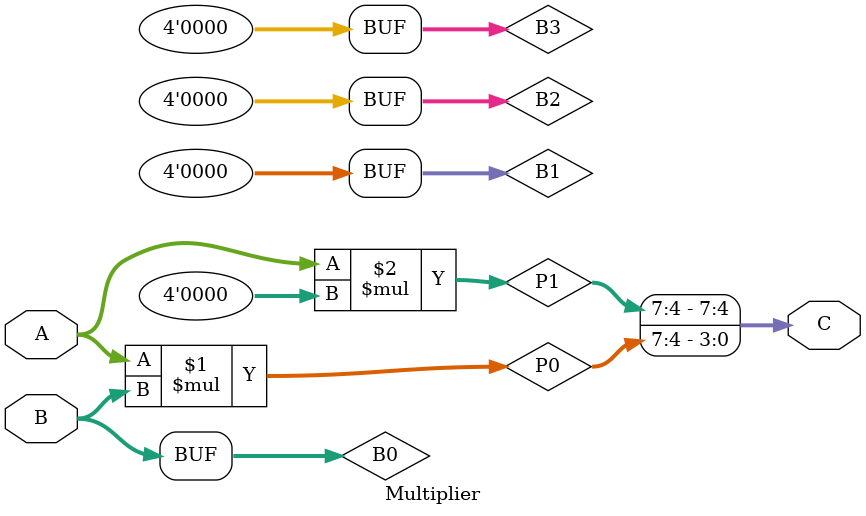
<source format=v>
module Multiplier(
    input [3:0] A,
    input [3:0] B,
    output reg [7:0] C
);

    wire [3:0] B0, B1, B2, B3;
    wire [7:0] P0, P1, P2, P3;

    // Splitting B into 4 bits
    assign {B3, B2, B1, B0} = B;

    // Multiplying A with each bit of B
    assign P0 = A * B0;
    assign P1 = A * B1;
    assign P2 = A * B2;
    assign P3 = A * B3;

    // Combining the results to get the final output
    always @(*) begin
        C = {P3[7:4], P2[7:4], P1[7:4], P0[7:4]};
    end

endmodule
</source>
